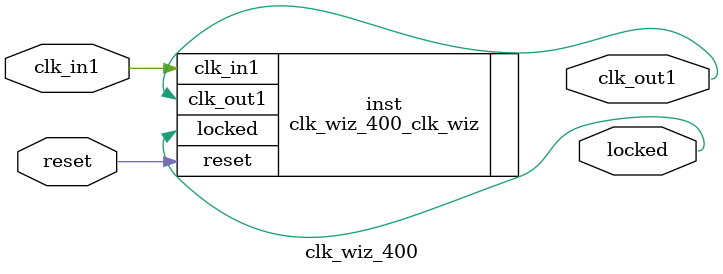
<source format=v>


`timescale 1ps/1ps

(* CORE_GENERATION_INFO = "clk_wiz_400,clk_wiz_v6_0_11_0_0,{component_name=clk_wiz_400,use_phase_alignment=true,use_min_o_jitter=false,use_max_i_jitter=false,use_dyn_phase_shift=false,use_inclk_switchover=false,use_dyn_reconfig=false,enable_axi=0,feedback_source=FDBK_AUTO,PRIMITIVE=MMCM,num_out_clk=1,clkin1_period=10.000,clkin2_period=10.000,use_power_down=false,use_reset=true,use_locked=true,use_inclk_stopped=false,feedback_type=SINGLE,CLOCK_MGR_TYPE=NA,manual_override=false}" *)

module clk_wiz_400 
 (
  // Clock out ports
  output        clk_out1,
  // Status and control signals
  input         reset,
  output        locked,
 // Clock in ports
  input         clk_in1
 );

  clk_wiz_400_clk_wiz inst
  (
  // Clock out ports  
  .clk_out1(clk_out1),
  // Status and control signals               
  .reset(reset), 
  .locked(locked),
 // Clock in ports
  .clk_in1(clk_in1)
  );

endmodule

</source>
